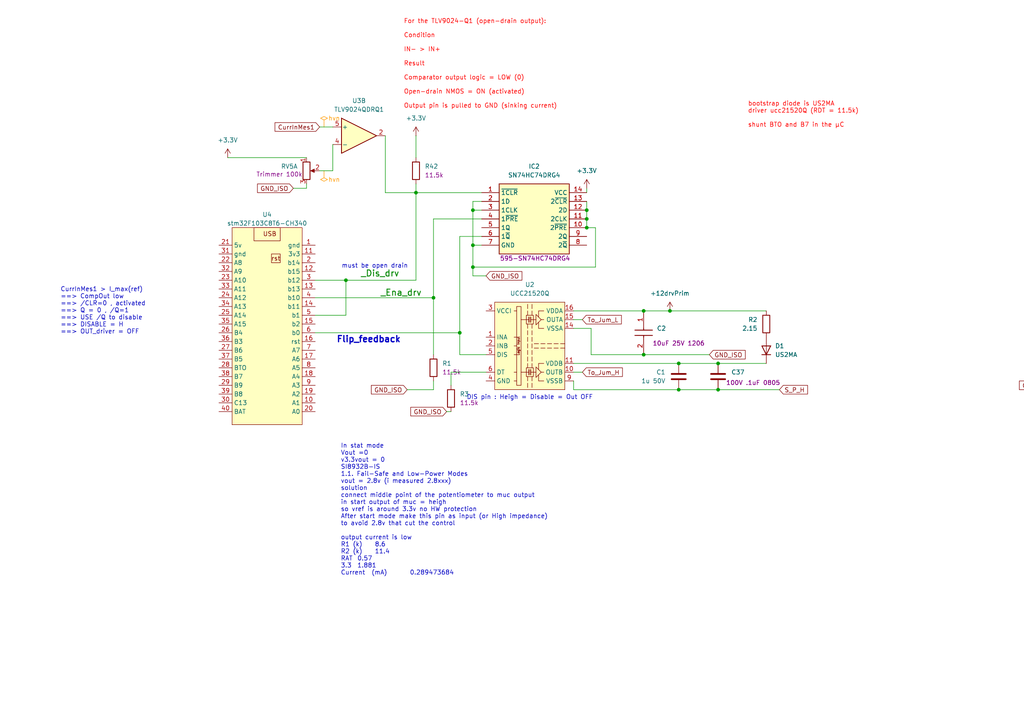
<source format=kicad_sch>
(kicad_sch (version 20250114) (generator "eeschema") (generator_version "9.0")
  (paper "A4")
  (title_block (title "LLC 400V/48V 1200W 100kHz") (date "2025-10-14") (rev "5") (company "Abdelaziz BOUZIANI"))
  (lib_symbols
    (symbol "BZT52C11-7-F:BZT52C11-7-F" (pin_names (hide yes))
      (property "Reference" "Z" (at 10.16 8.89 0))
      (property "Value" "BZT52C11-7-F" (at 10.16 6.35 0))
      (symbol "BZT52C11-7-F_1_1"
        (pin passive line (at 0 0 0) (length 2.54) (name "K") (number "1"))
        (pin passive line (at 15.24 0 180) (length 2.54) (name "A") (number "2"))
      )
    )
    (symbol "CL31A106KBHNNNE:CL31A106KBHNNNE" (pin_names (hide yes))
      (property "Reference" "C" (at 8.89 6.35 0))
      (property "Value" "CL31A106KBHNNNE" (at 8.89 3.81 0))
      (symbol "CL31A106KBHNNNE_1_1"
        (pin passive line (at 0 0 0) (length 5.08) (name "1") (number "1"))
        (pin passive line (at 12.7 0 180) (length 5.08) (name "2") (number "2"))
      )
    )
    (symbol "CR1206-FX-1071ELF:CR1206-FX-1071ELF" (pin_names (hide yes))
      (property "Reference" "R" (at 13.97 6.35 0))
      (property "Value" "CR1206-FX-1071ELF" (at 13.97 3.81 0))
      (symbol "CR1206-FX-1071ELF_1_1"
        (pin passive line (at 0 0 0) (length 5.08) (name "1") (number "1"))
        (pin passive line (at 17.78 0 180) (length 5.08) (name "2") (number "2"))
      )
    )
    (symbol "Connector:TestPoint" (pin_numbers (hide yes)) (pin_names (offset 0.762) (hide yes))
      (property "Reference" "TP" (at 0 6.858 0))
      (property "Value" "TestPoint" (at 0 5.08 0))
      (symbol "TestPoint_1_1"
        (pin passive line (at 0 0 90) (length 2.54) (name "1") (number "1"))
      )
    )
    (symbol "DPC817S-B-TR:DPC817S-B-TR"
      (property "Reference" "Q" (at 16.51 7.62 0))
      (property "Value" "DPC817S-B-TR" (at 16.51 5.08 0))
      (symbol "DPC817S-B-TR_1_1"
        (pin passive line (at 0 0 0) (length 5.08) (name "C") (number "4"))
        (pin passive line (at 0 -2.54 0) (length 5.08) (name "A") (number "1"))
        (pin passive line (at 20.32 0 180) (length 5.08) (name "E") (number "3"))
        (pin passive line (at 20.32 -2.54 180) (length 5.08) (name "K") (number "2"))
      )
    )
    (symbol "Device:C" (pin_numbers (hide yes)) (pin_names (offset 0.254))
      (property "Reference" "C" (at 0.635 2.54 0))
      (property "Value" "C" (at 0.635 -2.54 0))
      (symbol "C_1_1"
        (pin passive line (at 0 3.81 270) (length 2.794) (name "~") (number "1"))
        (pin passive line (at 0 -3.81 90) (length 2.794) (name "~") (number "2"))
      )
    )
    (symbol "Device:R" (pin_numbers (hide yes)) (pin_names (offset 0))
      (property "Reference" "R" (at 2.032 0 90))
      (property "Value" "R" (at 0 0 90))
      (symbol "R_1_1"
        (pin passive line (at 0 3.81 270) (length 1.27) (name "~") (number "1"))
        (pin passive line (at 0 -3.81 90) (length 1.27) (name "~") (number "2"))
      )
    )
    (symbol "Device:R_Potentiometer_Dual_Separate" (pin_names (offset 1.016) (hide yes))
      (property "Reference" "RV" (at -4.445 0 90))
      (property "Value" "R_Potentiometer_Dual_Separate" (at -2.54 0 90))
      (symbol "R_Potentiometer_Dual_Separate_1_1"
        (pin passive line (at 0 3.81 270) (length 1.27) (name "1") (number "1"))
        (pin passive line (at 0 -3.81 90) (length 1.27) (name "3") (number "3"))
        (pin passive line (at 3.81 0 180) (length 1.27) (name "2") (number "2"))
      )
      (symbol "R_Potentiometer_Dual_Separate_2_1"
        (pin passive line (at 0 3.81 270) (length 1.27) (name "4") (number "4"))
        (pin passive line (at 0 -3.81 90) (length 1.27) (name "6") (number "6"))
        (pin passive line (at 3.81 0 180) (length 1.27) (name "5") (number "5"))
      )
    )
    (symbol "Device:Transformer_1P_1S" (pin_names (offset 1.016) (hide yes))
      (property "Reference" "T" (at 0 6.35 0))
      (property "Value" "Transformer_1P_1S" (at 0 -7.62 0))
      (symbol "Transformer_1P_1S_1_1"
        (pin passive line (at -10.16 5.08 0) (length 7.62) (name "AA") (number "1"))
        (pin passive line (at -10.16 -5.08 0) (length 7.62) (name "AB") (number "2"))
        (pin passive line (at 10.16 5.08 180) (length 7.62) (name "SB") (number "4"))
        (pin passive line (at 10.16 -5.08 180) (length 7.62) (name "SA") (number "3"))
      )
    )
    (symbol "Diode:US1J" (pin_numbers (hide yes)) (pin_names (hide yes))
      (property "Reference" "D" (at 0 2.54 0))
      (property "Value" "US1J" (at 0 -2.54 0))
      (symbol "US1J_1_1"
        (pin passive line (at -3.81 0 0) (length 2.54) (name "K") (number "1"))
        (pin passive line (at 3.81 0 180) (length 2.54) (name "A") (number "2"))
      )
    )
    (symbol "Diode:US2MA" (pin_numbers (hide yes)) (pin_names (hide yes))
      (property "Reference" "D" (at 0 2.54 0))
      (property "Value" "US2MA" (at 0 -2.54 0))
      (symbol "US2MA_1_1"
        (pin passive line (at -3.81 0 0) (length 2.54) (name "K") (number "1"))
        (pin passive line (at 3.81 0 180) (length 2.54) (name "A") (number "2"))
      )
    )
    (symbol "Driver_FET:UCC21520ADW"
      (property "Reference" "U" (at 0 16.51 0))
      (property "Value" "UCC21520ADW" (at 0 13.97 0))
      (symbol "UCC21520ADW_0_0"
        (text "Logic Input" (at -3.302 0 900) (effects (font (size 0.635 0.635))))
      )
      (symbol "UCC21520ADW_1_1"
        (pin power_in line (at -12.7 10.16 0) (length 2.54) (name "VCCI") (number "3"))
        (pin passive line (at -12.7 10.16 0) (length 2.54) (hide yes) (name "VCCI") (number "8"))
        (pin input line (at -12.7 2.54 0) (length 2.54) (name "INA") (number "1"))
        (pin input line (at -12.7 0 0) (length 2.54) (name "INB") (number "2"))
        (pin input line (at -12.7 -2.54 0) (length 2.54) (name "DIS") (number "5"))
        (pin passive line (at -12.7 -7.62 0) (length 2.54) (name "DT") (number "6"))
        (pin power_in line (at -12.7 -10.16 0) (length 2.54) (name "GND") (number "4"))
        (pin no_connect line (at -10.16 -5.08 0) (length 2.54) (hide yes) (name "NC") (number "7"))
        (pin no_connect line (at 10.16 2.54 180) (length 2.54) (hide yes) (name "NC") (number "13"))
        (pin no_connect line (at 10.16 -2.54 180) (length 2.54) (hide yes) (name "NC") (number "12"))
        (pin power_in line (at 12.7 10.16 180) (length 2.54) (name "VDDA") (number "16"))
        (pin output line (at 12.7 7.62 180) (length 2.54) (name "OUTA") (number "15"))
        (pin power_in line (at 12.7 5.08 180) (length 2.54) (name "VSSA") (number "14"))
        (pin power_in line (at 12.7 -5.08 180) (length 2.54) (name "VDDB") (number "11"))
        (pin output line (at 12.7 -7.62 180) (length 2.54) (name "OUTB") (number "10"))
        (pin power_in line (at 12.7 -10.16 180) (length 2.54) (name "VSSB") (number "9"))
      )
    )
    (symbol "EEV-FK1V471Q:EEV-FK1V471Q" (pin_names (hide yes))
      (property "Reference" "C" (at 8.89 6.35 0))
      (property "Value" "EEV-FK1V471Q" (at 8.89 3.81 0))
      (symbol "EEV-FK1V471Q_1_1"
        (pin passive line (at 0 0 0) (length 2.54) (name "+") (number "1"))
        (pin passive line (at 12.7 0 180) (length 2.54) (name "-") (number "2"))
      )
    )
    (symbol "GRM31CR71E106KA12K:GRM31CR71E106KA12K" (pin_names (hide yes))
      (property "Reference" "C" (at 8.89 6.35 0))
      (property "Value" "GRM31CR71E106KA12K" (at 8.89 3.81 0))
      (symbol "GRM31CR71E106KA12K_1_1"
        (pin passive line (at 0 0 0) (length 5.08) (name "1") (number "1"))
        (pin passive line (at 12.7 0 180) (length 5.08) (name "2") (number "2"))
      )
    )
    (symbol "MBRS340T3G:MBRS340T3G" (pin_names (hide yes))
      (property "Reference" "D" (at 11.43 5.08 0))
      (property "Value" "MBRS340T3G" (at 11.43 2.54 0))
      (symbol "MBRS340T3G_1_1"
        (pin passive line (at 0 0 0) (length 2.54) (name "K") (number "1"))
        (pin passive line (at 15.24 0 180) (length 2.54) (name "A") (number "2"))
      )
    )
    (symbol "New_Library:SMT32F1-MINI"
      (property "Reference" "U" (at 0 0 0))
      (symbol "SMT32F1-MINI_1_1"
        (text "rst\n" (at -2.54 -12.7 0) (effects (font (size 1.27 1.27))))
        (text "USB\n" (at -0.762 -5.588 0) (effects (font (size 1.27 1.27))))
        (pin input line (at -13.97 -8.89 0) (length 3.81) (name "gnd") (number "1"))
        (pin input line (at -13.97 -11.43 0) (length 3.81) (name "3v3") (number "11"))
        (pin input line (at -13.97 -13.97 0) (length 3.81) (name "b14") (number "2"))
        (pin input line (at -13.97 -16.51 0) (length 3.81) (name "b15") (number "12"))
        (pin input line (at -13.97 -19.05 0) (length 3.81) (name "b12") (number "3"))
        (pin input line (at -13.97 -21.59 0) (length 3.81) (name "b13") (number "13"))
        (pin input line (at -13.97 -24.13 0) (length 3.81) (name "b10") (number "4"))
        (pin input line (at -13.97 -26.67 0) (length 3.81) (name "b11") (number "14"))
        (pin input line (at -13.97 -29.21 0) (length 3.81) (name "b1") (number "5"))
        (pin input line (at -13.97 -31.75 0) (length 3.81) (name "b2") (number "15"))
        (pin input line (at -13.97 -34.29 0) (length 3.81) (name "b0") (number "6"))
        (pin input line (at -13.97 -36.83 0) (length 3.81) (name "rst") (number "16"))
        (pin input line (at -13.97 -39.37 0) (length 3.81) (name "A7") (number "7"))
        (pin input line (at -13.97 -41.91 0) (length 3.81) (name "A6") (number "17"))
        (pin input line (at -13.97 -44.45 0) (length 3.81) (name "A5") (number "8"))
        (pin input line (at -13.97 -46.99 0) (length 3.81) (name "A4") (number "18"))
        (pin input line (at -13.97 -49.53 0) (length 3.81) (name "A3") (number "9"))
        (pin input line (at -13.97 -52.07 0) (length 3.81) (name "A2") (number "19"))
        (pin input line (at -13.97 -54.61 0) (length 3.81) (name "A1") (number "10"))
        (pin input line (at -13.97 -57.15 0) (length 3.81) (name "A0") (number "20"))
        (pin input line (at 13.97 -8.89 180) (length 3.81) (name "5v") (number "21"))
        (pin input line (at 13.97 -11.43 180) (length 3.81) (name "gnd") (number "31"))
        (pin input line (at 13.97 -13.97 180) (length 3.81) (name "A8") (number "22"))
        (pin input line (at 13.97 -16.51 180) (length 3.81) (name "A9") (number "32"))
        (pin input line (at 13.97 -19.05 180) (length 3.81) (name "A10") (number "23"))
        (pin input line (at 13.97 -21.59 180) (length 3.81) (name "A11") (number "33"))
        (pin input line (at 13.97 -24.13 180) (length 3.81) (name "A12") (number "24"))
        (pin input line (at 13.97 -26.67 180) (length 3.81) (name "A13") (number "34"))
        (pin input line (at 13.97 -29.21 180) (length 3.81) (name "A14") (number "25"))
        (pin input line (at 13.97 -31.75 180) (length 3.81) (name "A15") (number "35"))
        (pin input line (at 13.97 -34.29 180) (length 3.81) (name "B4") (number "26"))
        (pin input line (at 13.97 -36.83 180) (length 3.81) (name "B3") (number "36"))
        (pin input line (at 13.97 -39.37 180) (length 3.81) (name "B6") (number "27"))
        (pin input line (at 13.97 -41.91 180) (length 3.81) (name "B5") (number "37"))
        (pin input line (at 13.97 -44.45 180) (length 3.81) (name "BTO") (number "28"))
        (pin input line (at 13.97 -46.99 180) (length 3.81) (name "B7") (number "38"))
        (pin input line (at 13.97 -49.53 180) (length 3.81) (name "B9") (number "29"))
        (pin input line (at 13.97 -52.07 180) (length 3.81) (name "B8") (number "39"))
        (pin input line (at 13.97 -54.61 180) (length 3.81) (name "C13") (number "30"))
        (pin input line (at 13.97 -57.15 180) (length 3.81) (name "BAT") (number "40"))
      )
    )
    (symbol "New_Library:TLV9024QDRQ1" (pin_names (offset 0.127))
      (property "Reference" "U" (at 0 5.08 0))
      (property "Value" "TLV9024QDRQ1" (at 0 -5.08 0))
      (symbol "TLV9024QDRQ1_1_1"
        (pin input line (at -7.62 2.54 0) (length 2.54) (name "+") (number "7"))
        (pin input line (at -7.62 -2.54 0) (length 2.54) (name "-") (number "6"))
        (pin output line (at 7.62 0 180) (length 2.54) (name "~") (number "1"))
      )
      (symbol "TLV9024QDRQ1_2_1"
        (pin input line (at -7.62 2.54 0) (length 2.54) (name "+") (number "5"))
        (pin input line (at -7.62 -2.54 0) (length 2.54) (name "-") (number "4"))
        (pin output line (at 7.62 0 180) (length 2.54) (name "~") (number "2"))
      )
      (symbol "TLV9024QDRQ1_3_1"
        (pin input line (at -7.62 2.54 0) (length 2.54) (name "+") (number "9"))
        (pin input line (at -7.62 -2.54 0) (length 2.54) (name "-") (number "8"))
        (pin output line (at 7.62 0 180) (length 2.54) (name "~") (number "14"))
      )
      (symbol "TLV9024QDRQ1_4_1"
        (pin input line (at -7.62 2.54 0) (length 2.54) (name "+") (number "11"))
        (pin input line (at -7.62 -2.54 0) (length 2.54) (name "-") (number "10"))
        (pin output line (at 7.62 0 180) (length 2.54) (name "~") (number "13"))
      )
      (symbol "TLV9024QDRQ1_5_1"
        (pin power_in line (at -2.54 7.62 270) (length 3.81) (name "V+") (number "3"))
        (pin power_in line (at -2.54 -7.62 90) (length 3.81) (name "V-") (number "12"))
      )
    )
    (symbol "SN74HC74DRG4:SN74HC74DRG4"
      (property "Reference" "IC" (at 26.67 7.62 0))
      (property "Value" "SN74HC74DRG4" (at 26.67 5.08 0))
      (symbol "SN74HC74DRG4_1_1"
        (pin passive line (at 0 0 0) (length 5.08) (name "~{1CLR}") (number "1"))
        (pin passive line (at 0 -2.54 0) (length 5.08) (name "1D") (number "2"))
        (pin passive line (at 0 -5.08 0) (length 5.08) (name "1CLK") (number "3"))
        (pin passive line (at 0 -7.62 0) (length 5.08) (name "1~{PRE}") (number "4"))
        (pin passive line (at 0 -10.16 0) (length 5.08) (name "1Q") (number "5"))
        (pin passive line (at 0 -12.7 0) (length 5.08) (name "1~{Q}") (number "6"))
        (pin passive line (at 0 -15.24 0) (length 5.08) (name "GND") (number "7"))
        (pin passive line (at 30.48 0 180) (length 5.08) (name "VCC") (number "14"))
        (pin passive line (at 30.48 -2.54 180) (length 5.08) (name "2~{CLR}") (number "13"))
        (pin passive line (at 30.48 -5.08 180) (length 5.08) (name "2D") (number "12"))
        (pin passive line (at 30.48 -7.62 180) (length 5.08) (name "2CLK") (number "11"))
        (pin passive line (at 30.48 -10.16 180) (length 5.08) (name "2~{PRE}") (number "10"))
        (pin passive line (at 30.48 -12.7 180) (length 5.08) (name "2Q") (number "9"))
        (pin passive line (at 30.48 -15.24 180) (length 5.08) (name "2~{Q}") (number "8"))
      )
    )
    (symbol "TNY280GN-TL:TNY280GN-TL"
      (property "Reference" "PS" (at 26.67 12.7 0))
      (property "Value" "TNY280GN-TL" (at 26.67 10.16 0))
      (symbol "TNY280GN-TL_1_1"
        (pin passive line (at 0 0 0) (length 5.08) (name "BP/M") (number "2"))
        (pin passive line (at 10.16 -15.24 90) (length 5.08) (name "S_1") (number "5"))
        (pin passive line (at 12.7 -15.24 90) (length 5.08) (name "S_2") (number "6"))
        (pin passive line (at 15.24 12.7 270) (length 5.08) (name "D") (number "4"))
        (pin passive line (at 15.24 -15.24 90) (length 5.08) (name "S_3") (number "7"))
        (pin passive line (at 17.78 -15.24 90) (length 5.08) (name "S_4") (number "8"))
        (pin passive line (at 30.48 0 180) (length 5.08) (name "EN/UV") (number "1"))
      )
    )
    (symbol "power:+12V" (power) (pin_numbers (hide yes)) (pin_names (offset 0) (hide yes))
      (property "Value" "+12V" (at 0 3.556 0))
      (symbol "+12V_1_1"
        (pin power_in line (at 0 0 90) (length 0) (name "~") (number "1"))
      )
    )
    (symbol "power:+5V" (power) (pin_numbers (hide yes)) (pin_names (offset 0) (hide yes))
      (property "Value" "+5V" (at 0 3.556 0))
      (symbol "+5V_1_1"
        (pin power_in line (at 0 0 90) (length 0) (name "~") (number "1"))
      )
    )
  )
  (text "https://www.power.com/sites/default/files/documents/di176.pdf?language=en" (at 408.94 115.062 0) (effects (font (size 1.27 1.27))))
  (text "https://www.power.com/products/tinyswitch/tinyswitch-iii/tny280p" (at 403.352 117.348 0) (effects (font (size 1.27 1.27))))
  (text "CurrInMes1 > I_max(ref) \n==> CompOut low \n==> /CLR=0 , activated \n==> Q = 0 , /Q=1 \n==> USE /Q to disable \n==> DISABLE = H \n==> OUT_driver = OFF" (at 17.526 90.17 0) (effects (font (size 1.27 1.27)) (justify left)))
  (text "_Dis_drv" (at 110.236 79.502 0) (effects (font (size 1.8 1.8) (thickness 0.254) (bold yes))))
  (text "In stat mode \nVout =0\nv3.3vout = 0\nSI8932B-IS\n1.1. Fail-Safe and Low-Power Modes \nvout = 2.8v (i measured 2.8xxx)\nsolution \nconnect middle point of the potentiometer to muc output \nin start output of muc = heigh \nso vref is around 3.3v no HW protection \nAfter start mode make this pin as input (or High impedance) \nto avoid 2.8v that cut the control \n\noutput current is low \nR1 (k)	8.6\nR2 (k)	11.4\nRAT	0.57\n3.3	1.881\nCurrent  (mA)	0.289473684\n" (at 98.806 147.828 0) (effects (font (size 1.27 1.27)) (justify left)))
  (text "must be open drain\n" (at 108.712 77.216 0) (effects (font (size 1.27 1.27))))
  (text "Flip_feedback" (at 106.934 98.552 0) (effects (font (size 1.8 1.8) (thickness 0.36) (bold yes))))
  (text "DIS pin : Heigh = Disable = Out OFF" (at 153.67 115.316 0) (effects (font (size 1.27 1.27))))
  (text "bootstrap diode is US2MA\ndriver ucc21520Q (RDT = 11.5k)\n\nshunt BTO and B7 in the µC" (at 216.916 33.274 0) (effects (font (size 1.27 1.27)) (justify left)))
  (text "For the TLV9024-Q1 (open-drain output):\n\nCondition\n\nIN− > IN+\n\nResult\n\nComparator output logic = LOW (0)\n\nOpen-drain NMOS = ON (activated)\n\nOutput pin is pulled to GND (sinking current)" (at 117.094 18.542 0) (effects (font (size 1.27 1.27)) (justify left)))
  (text "FlyBack 400/12/12" (at 396.24 35.56 0) (effects (font (size 1.27 1.27))))
  (text "_Ena_drv" (at 116.332 85.09 0) (effects (font (size 1.8 1.8) (thickness 0.254) (bold yes))))
  (junction (at 133.35 96.52))
  (junction (at 170.18 60.96))
  (junction (at 208.28 105.41))
  (junction (at 397.51 111.76))
  (junction (at 365.76 82.55))
  (junction (at 308.61 111.76))
  (junction (at 339.09 111.76))
  (junction (at 492.76 85.09))
  (junction (at 341.63 82.55))
  (junction (at 368.3 96.52))
  (junction (at 353.06 62.23))
  (junction (at 394.97 111.76))
  (junction (at 196.85 105.41))
  (junction (at 170.18 66.04))
  (junction (at 402.59 91.44))
  (junction (at 186.69 102.87))
  (junction (at 336.55 111.76))
  (junction (at 137.16 60.96))
  (junction (at 208.28 113.03))
  (junction (at 397.51 91.44))
  (junction (at 170.18 63.5))
  (junction (at 492.76 69.85))
  (junction (at 194.31 90.17))
  (junction (at 502.92 69.85))
  (junction (at 196.85 113.03))
  (junction (at 137.16 71.12))
  (junction (at 429.26 69.85))
  (junction (at 341.63 74.93))
  (junction (at 341.63 111.76))
  (junction (at 100.33 81.28))
  (junction (at 120.65 55.88))
  (junction (at 186.69 90.17))
  (junction (at 125.73 86.36))
  (junction (at 408.94 71.12))
  (junction (at 331.47 62.23))
  (junction (at 331.47 74.93))
  (junction (at 137.16 77.47))
  (junction (at 344.17 111.76))
  (wire (pts (xy 368.3 91.44) (xy 368.3 96.52)))
  (wire (pts (xy 120.65 81.28) (xy 120.65 55.88)))
  (wire (pts (xy 166.37 92.71) (xy 168.91 92.71)))
  (wire (pts (xy 196.85 105.41) (xy 208.28 105.41)))
  (wire (pts (xy 133.35 68.58) (xy 139.7 68.58)))
  (wire (pts (xy 368.3 91.44) (xy 394.97 91.44)))
  (wire (pts (xy 137.16 80.01) (xy 137.16 77.47)))
  (wire (pts (xy 170.18 66.04) (xy 172.72 66.04)))
  (wire (pts (xy 137.16 71.12) (xy 137.16 60.96)))
  (wire (pts (xy 377.19 72.39) (xy 377.19 82.55)))
  (wire (pts (xy 139.7 71.12) (xy 137.16 71.12)))
  (wire (pts (xy 172.72 66.04) (xy 172.72 77.47)))
  (wire (pts (xy 341.63 74.93) (xy 353.06 74.93)))
  (wire (pts (xy 208.28 105.41) (xy 222.25 105.41)))
  (wire (pts (xy 171.45 102.87) (xy 186.69 102.87)))
  (wire (pts (xy 170.18 58.42) (xy 170.18 60.96)))
  (wire (pts (xy 170.18 54.61) (xy 170.18 55.88)))
  (wire (pts (xy 515.62 82.55) (xy 515.62 85.09)))
  (wire (pts (xy 492.76 85.09) (xy 492.76 82.55)))
  (wire (pts (xy 170.18 60.96) (xy 170.18 63.5)))
  (wire (pts (xy 130.81 107.95) (xy 130.81 111.76)))
  (wire (pts (xy 91.44 96.52) (xy 133.35 96.52)))
  (wire (pts (xy 137.16 77.47) (xy 172.72 77.47)))
  (wire (pts (xy 85.09 54.61) (xy 88.9 54.61)))
  (wire (pts (xy 137.16 58.42) (xy 139.7 58.42)))
  (wire (pts (xy 515.62 85.09) (xy 492.76 85.09)))
  (wire (pts (xy 402.59 69.85) (xy 405.13 69.85)))
  (wire (pts (xy 341.63 82.55) (xy 341.63 83.82)))
  (wire (pts (xy 306.07 111.76) (xy 308.61 111.76)))
  (wire (pts (xy 120.65 55.88) (xy 111.76 55.88)))
  (wire (pts (xy 170.18 63.5) (xy 170.18 66.04)))
  (wire (pts (xy 408.94 71.12) (xy 405.13 71.12)))
  (wire (pts (xy 137.16 60.96) (xy 139.7 60.96)))
  (wire (pts (xy 410.21 69.85) (xy 410.21 71.12)))
  (wire (pts (xy 416.56 91.44) (xy 429.26 91.44)))
  (wire (pts (xy 91.44 86.36) (xy 125.73 86.36)))
  (wire (pts (xy 137.16 60.96) (xy 137.16 58.42)))
  (wire (pts (xy 166.37 105.41) (xy 196.85 105.41)))
  (wire (pts (xy 133.35 102.87) (xy 133.35 96.52)))
  (wire (pts (xy 336.55 111.76) (xy 339.09 111.76)))
  (wire (pts (xy 322.58 62.23) (xy 331.47 62.23)))
  (wire (pts (xy 100.33 91.44) (xy 100.33 81.28)))
  (wire (pts (xy 129.54 119.38) (xy 130.81 119.38)))
  (wire (pts (xy 125.73 113.03) (xy 125.73 110.49)))
  (wire (pts (xy 208.28 113.03) (xy 226.06 113.03)))
  (wire (pts (xy 118.11 113.03) (xy 125.73 113.03)))
  (wire (pts (xy 339.09 111.76) (xy 341.63 111.76)))
  (wire (pts (xy 140.97 107.95) (xy 130.81 107.95)))
  (wire (pts (xy 308.61 111.76) (xy 336.55 111.76)))
  (wire (pts (xy 125.73 86.36) (xy 125.73 102.87)))
  (wire (pts (xy 320.04 74.93) (xy 331.47 74.93)))
  (wire (pts (xy 140.97 102.87) (xy 133.35 102.87)))
  (wire (pts (xy 133.35 96.52) (xy 133.35 68.58)))
  (wire (pts (xy 140.97 80.01) (xy 137.16 80.01)))
  (wire (pts (xy 137.16 77.47) (xy 137.16 71.12)))
  (wire (pts (xy 410.21 69.85) (xy 411.48 69.85)))
  (wire (pts (xy 402.59 77.47) (xy 414.02 77.47)))
  (wire (pts (xy 331.47 74.93) (xy 341.63 74.93)))
  (wire (pts (xy 111.76 55.88) (xy 111.76 39.37)))
  (wire (pts (xy 402.59 91.44) (xy 408.94 91.44)))
  (wire (pts (xy 92.71 36.83) (xy 96.52 36.83)))
  (wire (pts (xy 368.3 96.52) (xy 356.87 96.52)))
  (wire (pts (xy 171.45 95.25) (xy 166.37 95.25)))
  (wire (pts (xy 186.69 90.17) (xy 194.31 90.17)))
  (wire (pts (xy 429.26 69.85) (xy 492.76 69.85)))
  (wire (pts (xy 426.72 69.85) (xy 429.26 69.85)))
  (wire (pts (xy 331.47 74.93) (xy 331.47 69.85)))
  (wire (pts (xy 344.17 111.76) (xy 394.97 111.76)))
  (wire (pts (xy 166.37 113.03) (xy 166.37 110.49)))
  (wire (pts (xy 96.52 41.91) (xy 96.52 49.53)))
  (wire (pts (xy 139.7 63.5) (xy 125.73 63.5)))
  (wire (pts (xy 405.13 71.12) (xy 405.13 69.85)))
  (wire (pts (xy 100.33 81.28) (xy 120.65 81.28)))
  (wire (pts (xy 186.69 102.87) (xy 205.74 102.87)))
  (wire (pts (xy 166.37 113.03) (xy 196.85 113.03)))
  (wire (pts (xy 402.59 90.17) (xy 402.59 91.44)))
  (wire (pts (xy 120.65 39.37) (xy 120.65 45.72)))
  (wire (pts (xy 91.44 81.28) (xy 100.33 81.28)))
  (wire (pts (xy 397.51 91.44) (xy 402.59 91.44)))
  (wire (pts (xy 331.47 62.23) (xy 353.06 62.23)))
  (wire (pts (xy 120.65 55.88) (xy 139.7 55.88)))
  (wire (pts (xy 341.63 82.55) (xy 365.76 82.55)))
  (wire (pts (xy 394.97 111.76) (xy 397.51 111.76)))
  (wire (pts (xy 377.19 72.39) (xy 382.27 72.39)))
  (wire (pts (xy 397.51 111.76) (xy 402.59 111.76)))
  (wire (pts (xy 410.21 71.12) (xy 408.94 71.12)))
  (wire (pts (xy 91.44 91.44) (xy 100.33 91.44)))
  (wire (pts (xy 341.63 111.76) (xy 344.17 111.76)))
  (wire (pts (xy 492.76 90.17) (xy 492.76 85.09)))
  (wire (pts (xy 402.59 72.39) (xy 402.59 77.47)))
  (wire (pts (xy 308.61 96.52) (xy 326.39 96.52)))
  (wire (pts (xy 171.45 102.87) (xy 171.45 95.25)))
  (wire (pts (xy 397.51 88.9) (xy 397.51 91.44)))
  (wire (pts (xy 308.61 109.22) (xy 308.61 111.76)))
  (wire (pts (xy 353.06 69.85) (xy 353.06 74.93)))
  (wire (pts (xy 96.52 49.53) (xy 92.71 49.53)))
  (wire (pts (xy 492.76 69.85) (xy 502.92 69.85)))
  (wire (pts (xy 66.04 45.72) (xy 88.9 45.72)))
  (wire (pts (xy 222.25 90.17) (xy 194.31 90.17)))
  (wire (pts (xy 88.9 54.61) (xy 88.9 53.34)))
  (wire (pts (xy 125.73 86.36) (xy 125.73 63.5)))
  (wire (pts (xy 166.37 90.17) (xy 186.69 90.17)))
  (wire (pts (xy 196.85 113.03) (xy 208.28 113.03)))
  (wire (pts (xy 402.59 62.23) (xy 402.59 69.85)))
  (wire (pts (xy 365.76 82.55) (xy 377.19 82.55)))
  (wire (pts (xy 429.26 76.2) (xy 429.26 69.85)))
  (wire (pts (xy 488.95 90.17) (xy 492.76 90.17)))
  (wire (pts (xy 402.59 109.22) (xy 402.59 111.76)))
  (wire (pts (xy 166.37 107.95) (xy 168.91 107.95)))
  (wire (pts (xy 502.92 69.85) (xy 515.62 69.85)))
  (wire (pts (xy 120.65 53.34) (xy 120.65 55.88)))
  (wire (pts (xy 353.06 62.23) (xy 382.27 62.23)))
  (global_label "S_P_H" (shape input) (at 226.06 113.03 0) (property "Intersheetrefs" "${INTERSHEET_REFS}" (effects (hide yes))))
  (global_label "GND_ISO" (shape input) (at 488.95 90.17 180) (property "Intersheetrefs" "${INTERSHEET_REFS}" (effects (hide yes))))
  (global_label "GND_ISO" (shape input) (at 205.74 102.87 0) (property "Intersheetrefs" "${INTERSHEET_REFS}" (effects (hide yes))))
  (global_label "To_Jum_L" (shape input) (at 168.91 92.71 0) (property "Intersheetrefs" "${INTERSHEET_REFS}" (effects (hide yes))))
  (global_label "GND_ISO" (shape input) (at 414.02 77.47 0) (property "Intersheetrefs" "${INTERSHEET_REFS}" (effects (hide yes))))
  (global_label "GND_ISO" (shape input) (at 129.54 119.38 180) (property "Intersheetrefs" "${INTERSHEET_REFS}" (effects (hide yes))))
  (global_label "To_Jum_H" (shape input) (at 168.91 107.95 0) (property "Intersheetrefs" "${INTERSHEET_REFS}" (effects (hide yes))))
  (global_label "GND_ISO" (shape input) (at 85.09 54.61 180) (property "Intersheetrefs" "${INTERSHEET_REFS}" (effects (hide yes))))
  (global_label "GND_ISO" (shape input) (at 118.11 113.03 180) (property "Intersheetrefs" "${INTERSHEET_REFS}" (effects (hide yes))))
  (global_label "GND_ISO" (shape input) (at 140.97 80.01 0) (property "Intersheetrefs" "${INTERSHEET_REFS}" (effects (hide yes))))
  (global_label "GND_ISO" (shape input) (at 306.07 111.76 180) (property "Intersheetrefs" "${INTERSHEET_REFS}" (effects (hide yes))))
  (global_label "HVP1" (shape input) (at 322.58 62.23 180) (property "Intersheetrefs" "${INTERSHEET_REFS}" (effects (hide yes))))
  (global_label "CurrInMes1" (shape input) (at 92.71 36.83 180) (property "Intersheetrefs" "${INTERSHEET_REFS}" (effects (hide yes))))
  (netclass_flag "" (length 2.54) (shape diamond) (at 93.98 49.53 180) (property "Netclass" "hvn" (at 95.1865 52.07 0) (effects (justify left))))
  (netclass_flag "" (length 2.54) (shape diamond) (at 417.83 91.44 0) (property "Netclass" "hvn" (at 419.0365 88.9 0) (effects (justify left))))
  (netclass_flag "" (length 2.54) (shape diamond) (at 341.63 74.93 0) (property "Netclass" "hvp" (at 342.8365 72.39 0) (effects (justify left))))
  (netclass_flag "" (length 2.54) (shape diamond) (at 402.59 90.17 0) (property "Netclass" "hvn" (at 403.7965 87.63 0) (effects (justify left))))
  (netclass_flag "" (length 2.54) (shape diamond) (at 378.46 91.44 0) (property "Netclass" "hvn" (at 379.6665 88.9 0) (effects (justify left))))
  (netclass_flag "" (length 2.54) (shape diamond) (at 370.84 111.76 0) (property "Netclass" "hvn" (at 372.0465 109.22 0) (effects (justify left))))
  (netclass_flag "" (length 2.54) (shape diamond) (at 308.61 96.52 0) (property "Netclass" "hvn" (at 298.958 91.694 0) (effects (justify left))))
  (netclass_flag "" (length 2.54) (shape diamond) (at 93.98 36.83 0) (property "Netclass" "hvn" (at 95.1865 34.29 0) (effects (justify left))))
  (netclass_flag "" (length 2.54) (shape diamond) (at 448.31 69.85 0) (property "Netclass" "hvn" (at 449.5165 67.31 0) (effects (justify left))))
  (symbol (lib_id "GRM31CR71E106KA12K:GRM31CR71E106KA12K") (at 186.69 90.17 270) (unit 1)
    (property "Reference" "C2" (at 190.5 95.2499 90) (effects (justify left)))
    (property "Value" "GRM31CR71E106KA12K" (effects (hide yes)))
    (property "Footprint" "GRM31CR71E106KA12K:GRM31x" (effects (hide yes)))
    (property "Datasheet" "https://search.murata.co.jp/Ceramy/image/img/A01X/G101/ENG/GRM31CR71E106KA12-01CA.pdf" (effects (hide yes)))
    (property "Description" "10uF 25V 1206" (at 196.85 99.568 90))
    (property "Height" "1.25" (effects (hide yes)))
    (property "Mouser Part Number" "81-GRM31CR71E106KA2K" (effects (hide yes)))
    (property "Mouser Price/Stock" "https://www.mouser.co.uk/ProductDetail/Murata-Electronics/GRM31CR71E106KA12K?qs=raY79WRVTyM6xGVExNjdaw%3D%3D" (effects (hide yes)))
    (property "Manufacturer_Name" "Murata Electronics" (effects (hide yes)))
    (property "Manufacturer_Part_Number" "GRM31CR71E106KA12K" (effects (hide yes)))
  )
  (symbol (lib_id "Driver_FET:UCC21520ADW") (at 153.67 100.33 0) (unit 1)
    (property "Reference" "U2" (at 153.67 82.55 0))
    (property "Value" "UCC21520Q" (at 153.67 85.09 0))
    (property "Footprint" "Package_SO:SOIC-16W_7.5x10.3mm_P1.27mm" (effects (hide yes)))
    (property "Datasheet" "http://www.ti.com/lit/ds/symlink/ucc21520.pdf" (effects (hide yes)))
    (property "Description" "Isolated Dual-Channel Gate Driver, Output Current 4.0/6.0A, 5.7kV Isolation, 5V UVLO, SOIC-16W" (effects (hide yes)))
  )
  (symbol (lib_id "BZT52C11-7-F:BZT52C11-7-F") (at 429.26 76.2 270) (unit 1)
    (property "Reference" "Z1" (at 433.07 82.5499 90) (effects (justify left)))
    (property "Value" "BZT52C11-7-F" (at 433.07 85.0899 90) (effects (justify left)))
    (property "Footprint" "BZT52C11-7-F:SOD3716X145N" (effects (hide yes)))
    (property "Datasheet" "https://www.diodes.com//assets/Datasheets/ds18004.pdf" (effects (hide yes)))
    (property "Description" "Zener 11V 500 mW" (at 440.69 88.138 90))
    (property "Height" "1.45" (effects (hide yes)))
    (property "Mouser Part Number" "621-BZT52C11-F" (effects (hide yes)))
    (property "Mouser Price/Stock" "https://www.mouser.co.uk/ProductDetail/Diodes-Incorporated/BZT52C11-7-F?qs=NCeJV9s1cFlH%2FmA72UzX4g%3D%3D" (effects (hide yes)))
    (property "Manufacturer_Name" "Diodes Incorporated" (effects (hide yes)))
    (property "Manufacturer_Part_Number" "BZT52C11-7-F" (effects (hide yes)))
  )
  (symbol (lib_id "Connector:TestPoint") (at 408.94 71.12 0) (mirror x) (unit 1)
    (property "Reference" "TP22" (at 411.48 74.4221 0) (effects (justify left)))
    (property "Value" "TestPoint" (effects (hide yes)))
    (property "Footprint" "TestPoint:TestPoint_Pad_D1.0mm" (effects (hide yes)))
    (property "Description" "test point" (effects (hide yes)))
  )
  (symbol (lib_id "Diode:US2MA") (at 222.25 101.6 270) (mirror x) (unit 1)
    (property "Reference" "D1" (at 224.79 100.3299 90) (effects (justify left)))
    (property "Value" "US2MA" (at 224.79 102.8699 90) (effects (justify left)))
    (property "Footprint" "Diode_SMD:D_SMA" (effects (hide yes)))
    (property "Datasheet" "https://www.onsemi.com/pub/Collateral/US2AA-D.PDF" (effects (hide yes)))
    (property "Description" "1000V, 1.5A, General Purpose Rectifier Diode, SMA(DO-214AC)" (effects (hide yes)))
    (property "Sim.Device" "D" (effects (hide yes)))
    (property "Sim.Pins" "1=K 2=A" (effects (hide yes)))
  )
  (symbol (lib_id "New_Library:TLV9024QDRQ1") (at 104.14 39.37 0) (unit 2)
    (property "Reference" "U3" (at 104.14 29.21 0))
    (property "Value" "TLV9024QDRQ1" (at 104.14 31.75 0))
    (property "Footprint" "Package_SO:SOIC-14_3.9x8.7mm_P1.27mm" (effects (hide yes)))
    (property "Datasheet" "https://www.ti.com/lit/ds/symlink/tlv9022-q1.pdf" (effects (hide yes)))
    (property "Description" "Quad channel comparators, SOIC-14" (effects (hide yes)))
    (property "Mouser Part Number" "595-TLV9024QDRQ1" (effects (hide yes)))
    (property "Manufacturer_Name " "Texas Instruments" (effects (hide yes)))
    (property "Manufacturer_Part_Number " " TLV9024QDRQ1" (effects (hide yes)))
  )
  (symbol (lib_id "Connector:TestPoint") (at 365.76 82.55 0) (unit 1)
    (property "Reference" "TP16" (at 368.3 79.2479 0) (effects (justify left)))
    (property "Value" "TestPoint" (effects (hide yes)))
    (property "Footprint" "TestPoint:TestPoint_Pad_D1.0mm" (effects (hide yes)))
    (property "Description" "test point" (effects (hide yes)))
  )
  (symbol (lib_id "Device:R") (at 331.47 66.04 0) (unit 1)
    (property "Reference" "R5" (at 334.01 64.7699 0) (effects (justify left)))
    (property "Value" "9-2176070-5" (effects (hide yes)))
    (property "Footprint" "Resistor_SMD:R_2512_6332Metric" (effects (hide yes)))
    (property "Datasheet" "https://www.te.com/commerce/DocumentDelivery/DDEController?Action=srchrtrv&DocNm=2176070&DocType=Customer+Drawing&DocLang=English&PartCntxt=9-2176070-5&DocFormat=pdf" (effects (hide yes)))
    (property "Description" "82K 2W 2512" (at 340.868 67.564 0))
    (property "Mouser Part Number" "9-2176070-5" (effects (hide yes)))
    (property "Manufacturer_Name" "TE Connectivity / P&B" (effects (hide yes)))
    (property "Manufacturer_Part_Number " "571-9-2176070-5" (effects (hide yes)))
  )
  (symbol (lib_id "power:+12V") (at 194.31 90.17 0) (unit 1)
    (property "Reference" "#PWR040" (effects (hide yes)))
    (property "Value" "+12drvPrim" (at 194.31 85.09 0))
    (property "Description" "Power symbol creates a global label with name \"+12V\"" (effects (hide yes)))
  )
  (symbol (lib_id "Device:R") (at 130.81 115.57 0) (unit 1)
    (property "Reference" "R3" (at 133.35 114.2999 0) (effects (justify left)))
    (property "Value" "RC1206FR-0711K5L" (effects (hide yes)))
    (property "Footprint" "Resistor_SMD:R_1206_3216Metric" (effects (hide yes)))
    (property "Datasheet" "www.mouser.com/catalog/specsheets/YAGEO_PYu_RC_Group_51_RoHS_L_12.pdf" (effects (hide yes)))
    (property "Description" "11.5k" (at 133.35 116.8399 0) (effects (justify left)))
    (property "Mouser Part Number" "603-RC1206FR-0711K5L" (effects (hide yes)))
    (property "Manufacturer_Name  " "YAGEO" (effects (hide yes)))
    (property "Manufacturer_Part_Number " "RC1206FR-0711K5L" (effects (hide yes)))
  )
  (symbol (lib_id "Connector:TestPoint") (at 320.04 74.93 0) (unit 1)
    (property "Reference" "TP13" (at 322.58 71.6279 0) (effects (justify left)))
    (property "Value" "TestPoint" (effects (hide yes)))
    (property "Footprint" "TestPoint:TestPoint_Pad_D1.0mm" (effects (hide yes)))
    (property "Description" "test point" (effects (hide yes)))
  )
  (symbol (lib_id "Device:Transformer_1P_1S") (at 392.43 67.31 0) (unit 1)
    (property "Reference" "T2" (at 392.4427 57.15 0))
    (property "Value" "Transformer_1P_1S" (at 392.4427 59.69 0))
    (property "Description" "Transformer, single primary, single secondary" (effects (hide yes)))
  )
  (symbol (lib_id "New_Library:SMT32F1-MINI") (at 77.47 62.23 0) (mirror y) (unit 1)
    (property "Reference" "U4" (at 77.47 62.23 0))
    (property "Value" "stm32F103C8T6-CH340" (at 77.47 64.77 0))
    (property "Footprint" "New_Linrary:SMT32F1-MINI" (effects (hide yes)))
    (property "Description" "stm32F103C8T6-CH340 PCB" (effects (hide yes)))
  )
  (symbol (lib_id "Connector:TestPoint") (at 397.51 88.9 0) (unit 1)
    (property "Reference" "TP18" (at 400.05 85.5979 0) (effects (justify left)))
    (property "Value" "TestPoint" (effects (hide yes)))
    (property "Footprint" "TestPoint:TestPoint_Pad_D1.0mm" (effects (hide yes)))
    (property "Description" "test point" (effects (hide yes)))
  )
  (symbol (lib_id "EEV-FK1V471Q:EEV-FK1V471Q") (at 492.76 69.85 270) (unit 1)
    (property "Reference" "C46" (at 496.57 74.9299 90) (effects (justify left)))
    (property "Value" "EEV-FK1V471Q" (effects (hide yes)))
    (property "Footprint" "EEV-FK1V471Q:EEEFK0J332AQ" (effects (hide yes)))
    (property "Datasheet" "http://industrial.panasonic.com/cdbs/www-data/pdf/RDE0000/ABA0000C1181.pdf" (effects (hide yes)))
    (property "Description" "470uF 35V 20%" (at 501.142 79.248 90))
    (property "Height" "15" (effects (hide yes)))
    (property "Mouser Part Number" "667-EEV-FK1V471Q" (effects (hide yes)))
    (property "Mouser Price/Stock" "https://www.mouser.co.uk/ProductDetail/Panasonic/EEV-FK1V471Q?qs=f%252BPvLx1Hi0nmPvz1q5bc1Q%3D%3D" (effects (hide yes)))
    (property "Manufacturer_Name" "Panasonic" (effects (hide yes)))
    (property "Manufacturer_Part_Number" "EEV-FK1V471Q" (effects (hide yes)))
    (property "Field10" "Cap Aluminum Lytic 470uF 35V 20% (12.5 X 13.5mm) SMD 0.06 Ohm 1100mA 2000h 105C Automotive T/R" (effects (hide yes)))
  )
  (symbol (lib_id "Device:R_Potentiometer_Dual_Separate") (at 88.9 49.53 0) (unit 1)
    (property "Reference" "RV5" (at 86.36 48.2599 0) (effects (justify right)))
    (property "Footprint" "New_Linrary:RV_precision" (effects (hide yes)))
    (property "Description" "Trimmer 100k" (at 81.026 50.546 0))
  )
  (symbol (lib_id "GRM31CR71E106KA12K:GRM31CR71E106KA12K") (at 515.62 69.85 270) (unit 1)
    (property "Reference" "C58" (at 519.43 74.9299 90) (effects (justify left)))
    (property "Value" "GRM31CR71E106KA12K" (effects (hide yes)))
    (property "Footprint" "GRM31CR71E106KA12K:GRM31x" (effects (hide yes)))
    (property "Datasheet" "https://search.murata.co.jp/Ceramy/image/img/A01X/G101/ENG/GRM31CR71E106KA12-01CA.pdf" (effects (hide yes)))
    (property "Description" "10uF 25V 1206" (at 525.78 79.248 90))
    (property "Height" "1.25" (effects (hide yes)))
    (property "Mouser Part Number" "81-GRM31CR71E106KA2K" (effects (hide yes)))
    (property "Mouser Price/Stock" "https://www.mouser.co.uk/ProductDetail/Murata-Electronics/GRM31CR71E106KA12K?qs=raY79WRVTyM6xGVExNjdaw%3D%3D" (effects (hide yes)))
    (property "Manufacturer_Name" "Murata Electronics" (effects (hide yes)))
    (property "Manufacturer_Part_Number" "GRM31CR71E106KA12K" (effects (hide yes)))
  )
  (symbol (lib_id "power:+5V") (at 120.65 39.37 0) (unit 1)
    (property "Reference" "#PWR055" (effects (hide yes)))
    (property "Value" "+3.3V" (at 120.65 34.29 0))
    (property "Description" "Power symbol creates a global label with name \"+5V\"" (effects (hide yes)))
  )
  (symbol (lib_id "power:+5V") (at 66.04 45.72 0) (unit 1)
    (property "Reference" "#PWR054" (effects (hide yes)))
    (property "Value" "+3.3V" (at 66.04 40.64 0))
    (property "Description" "Power symbol creates a global label with name \"+5V\"" (effects (hide yes)))
  )
  (symbol (lib_id "Device:C") (at 208.28 109.22 0) (unit 1)
    (property "Reference" "C37" (at 212.09 107.9499 0) (effects (justify left)))
    (property "Value" "SH21B104K101CT" (effects (hide yes)))
    (property "Footprint" "Capacitor_SMD:C_0805_2012Metric" (effects (hide yes)))
    (property "Datasheet" "https://www.mouser.fr/datasheet/3/317/1/WTC_MLCC_Soft_term_SH.pdf" (effects (hide yes)))
    (property "Description" "100V .1uF 0805" (at 218.44 110.998 0))
    (property "Manufacturer_Name" "Walsin" (effects (hide yes)))
    (property "Manufacturer_Part_Number " "SH21B104K101CT" (effects (hide yes)))
    (property "Mouser Part Number" "791-SH21B104K101CT" (effects (hide yes)))
  )
  (symbol (lib_id "Device:C") (at 196.85 109.22 0) (mirror y) (unit 1)
    (property "Reference" "C1" (at 193.04 107.9499 0) (effects (justify left)))
    (property "Value" "1u 50V" (at 193.04 110.4899 0) (effects (justify left)))
    (property "Description" "Unpolarized capacitor" (effects (hide yes)))
  )
  (symbol (lib_id "Connector:TestPoint") (at 368.3 96.52 270) (unit 1)
    (property "Reference" "TP15" (at 373.38 96.5199 90) (effects (justify left)))
    (property "Value" "TestPoint" (effects (hide yes)))
    (property "Footprint" "TestPoint:TestPoint_Pad_D1.0mm" (effects (hide yes)))
    (property "Description" "test point" (effects (hide yes)))
  )
  (symbol (lib_id "Device:R") (at 412.75 91.44 270) (unit 1)
    (property "Reference" "R12" (at 414.0201 93.98 90) (effects (justify right)))
    (property "Value" "SFR10EZPF2200" (effects (hide yes)))
    (property "Footprint" "Resistor_SMD:R_0805_2012Metric" (effects (hide yes)))
    (property "Datasheet" "https://www.rohm.com/datasheet?p=SFR10EZPF&dist=Mouser&media=referral&source=mouser.com&campaign=Mouser" (effects (hide yes)))
    (property "Description" "220R 150v 125mW 0805" (at 417.068 95.758 90))
    (property "Manufacturer_Part_Number" "SFR10EZPF2200" (effects (hide yes)))
    (property "Manufacturer_Name " "ROHM Semiconductor" (effects (hide yes)))
    (property "Mouser Part Number" "755-SFR10EZPF2200" (effects (hide yes)))
  )
  (symbol (lib_id "Device:R") (at 120.65 49.53 0) (unit 1)
    (property "Reference" "R42" (at 123.19 48.2599 0) (effects (justify left)))
    (property "Value" "RC1206FR-0711K5L" (effects (hide yes)))
    (property "Footprint" "Resistor_SMD:R_1206_3216Metric" (effects (hide yes)))
    (property "Datasheet" "www.mouser.com/catalog/specsheets/YAGEO_PYu_RC_Group_51_RoHS_L_12.pdf" (effects (hide yes)))
    (property "Description" "11.5k" (at 123.19 50.7999 0) (effects (justify left)))
    (property "Mouser Part Number" "603-RC1206FR-0711K5L" (effects (hide yes)))
    (property "Manufacturer_Name  " "YAGEO" (effects (hide yes)))
    (property "Manufacturer_Part_Number " "RC1206FR-0711K5L" (effects (hide yes)))
  )
  (symbol (lib_id "CR1206-FX-1071ELF:CR1206-FX-1071ELF") (at 402.59 91.44 270) (unit 1)
    (property "Reference" "R13" (at 405.13 99.0599 90) (effects (justify left)))
    (property "Value" "CR1206-FX-1071ELF" (effects (hide yes)))
    (property "Footprint" "Resistor_SMD:R_1206_3216Metric" (effects (hide yes)))
    (property "Datasheet" "https://componentsearchengine.com/Datasheets/1/CR1206-FX-1071ELF.pdf" (effects (hide yes)))
    (property "Description" "1.07K 1% 1206 1/4 W" (at 416.306 101.6 90))
    (property "Height" "0.75" (effects (hide yes)))
    (property "Mouser Part Number" "652-CR1206FX-1071ELF" (effects (hide yes)))
    (property "Mouser Price/Stock" "https://www.mouser.com/Search/Refine.aspx?Keyword=652-CR1206FX-1071ELF" (effects (hide yes)))
    (property "Manufacturer_Name" "Bourns" (effects (hide yes)))
    (property "Manufacturer_Part_Number" "CR1206-FX-1071ELF" (effects (hide yes)))
  )
  (symbol (lib_id "Diode:US1J") (at 341.63 78.74 270) (unit 1)
    (property "Reference" "D2" (at 344.932 76.2 90) (effects (justify left)))
    (property "Value" "US1J" (at 344.932 78.232 90) (effects (justify left)))
    (property "Footprint" "Diode_SMD:D_SMA" (effects (hide yes)))
    (property "Datasheet" "https://diotec.com/request/datasheet/us1a.pdf" (effects (hide yes)))
    (property "Description" "600V, 1A, 150C" (at 352.552 80.01 90))
    (property "Sim.Device" "D" (effects (hide yes)))
    (property "Sim.Pins" "1=K 2=A" (effects (hide yes)))
    (property "Mouser Part Number" "637-US1J" (effects (hide yes)))
  )
  (symbol (lib_id "Device:C") (at 353.06 66.04 0) (unit 1)
    (property "Reference" "C23" (at 356.87 64.7699 0) (effects (justify left)))
    (property "Value" "AC1206JKNPOZBN103" (effects (hide yes)))
    (property "Footprint" "Capacitor_SMD:C_1206_3216Metric" (effects (hide yes)))
    (property "Datasheet" "https://www.mouser.fr/datasheet/3/508/1/UPY-AC_NP0X7RX7S_6.3V-to-2KV_21.pdf" (effects (hide yes)))
    (property "Description" "10nF 630V" (at 361.442 67.818 0))
    (property "Mouser Part Number" "603-AC1206JKNPOZB103" (effects (hide yes)))
    (property "Manufacturer_Name " "YAGEO" (effects (hide yes)))
    (property "Manufacturer_Part_Number " "AC1206JKNPOZBN103" (effects (hide yes)))
  )
  (symbol (lib_id "power:+5V") (at 170.18 54.61 0) (unit 1)
    (property "Reference" "#PWR053" (effects (hide yes)))
    (property "Value" "+3.3V" (at 170.18 49.53 0))
    (property "Description" "Power symbol creates a global label with name \"+5V\"" (effects (hide yes)))
  )
  (symbol (lib_id "MBRS340T3G:MBRS340T3G") (at 426.72 69.85 0) (mirror y) (unit 1)
    (property "Reference" "D4" (at 418.846 60.706 0))
    (property "Value" "MBRS340T3G" (at 419.1 62.992 0))
    (property "Footprint" "MBRS340T3G:DIOM8059X261N" (effects (hide yes)))
    (property "Datasheet" "https://www.onsemi.com/pub/Collateral/MBRS340T3-D.PDF" (effects (hide yes)))
    (property "Description" "40V 3A Schottky D" (at 417.83 65.786 0))
    (property "Height" "2.61" (effects (hide yes)))
    (property "Mouser Part Number" "863-MBRS340T3G" (effects (hide yes)))
    (property "Mouser Price/Stock" "https://www.mouser.co.uk/ProductDetail/onsemi/MBRS340T3G?qs=3JMERSakeboCr3wxBgfY3w%3D%3D" (effects (hide yes)))
    (property "Manufacturer_Name" "onsemi" (effects (hide yes)))
    (property "Manufacturer_Part_Number" "MBRS340T3G" (effects (hide yes)))
  )
  (symbol (lib_id "SN74HC74DRG4:SN74HC74DRG4") (at 139.7 55.88 0) (unit 1)
    (property "Reference" "IC2" (at 154.94 48.26 0))
    (property "Value" "SN74HC74DRG4" (at 154.94 50.8 0))
    (property "Footprint" "SN74HC74DRG4:SOIC127P600X175-14N" (effects (hide yes)))
    (property "Datasheet" "http://www.ti.com/lit/gpn/SN74HC74" (effects (hide yes)))
    (property "Description" "Dual D-Type Positive-Edge-Triggered Flip-Flops With Clear and Preset" (effects (hide yes)))
    (property "Height" "1.75" (effects (hide yes)))
    (property "Mouser Part Number" "595-SN74HC74DRG4" (effects (hide yes)))
    (property "Mouser Price/Stock" "https://www.mouser.co.uk/ProductDetail/Texas-Instruments/SN74HC74DRG4?qs=AgY10sKTvDJa4hSfohivVQ%3D%3D" (effects (hide yes)))
    (property "Manufacturer_Name" "Texas Instruments" (effects (hide yes)))
    (property "Manufacturer_Part_Number" "SN74HC74DRG4" (effects (hide yes)))
    (property "Field10" "595-SN74HC74DRG4" (at 155.194 74.93 0))
  )
  (symbol (lib_id "Device:R") (at 125.73 106.68 0) (unit 1)
    (property "Reference" "R1" (at 128.27 105.4099 0) (effects (justify left)))
    (property "Value" "RC1206FR-0711K5L" (effects (hide yes)))
    (property "Footprint" "Resistor_SMD:R_1206_3216Metric" (effects (hide yes)))
    (property "Datasheet" "www.mouser.com/catalog/specsheets/YAGEO_PYu_RC_Group_51_RoHS_L_12.pdf" (effects (hide yes)))
    (property "Description" "11.5k" (at 128.27 107.9499 0) (effects (justify left)))
    (property "Mouser Part Number" "603-RC1206FR-0711K5L" (effects (hide yes)))
    (property "Manufacturer_Name  " "YAGEO" (effects (hide yes)))
    (property "Manufacturer_Part_Number " "RC1206FR-0711K5L" (effects (hide yes)))
  )
  (symbol (lib_id "CL31A106KBHNNNE:CL31A106KBHNNNE") (at 308.61 96.52 270) (unit 1)
    (property "Reference" "C3" (at 312.42 101.5999 90) (effects (justify left)))
    (property "Value" "CL31A106KBHNNNE" (effects (hide yes)))
    (property "Footprint" "CAPC3216X180N" (effects (hide yes)))
    (property "Datasheet" "https://datasheet.datasheetarchive.com/originals/distributors/Datasheets_SAMA/08745f6325ae1679773301b11fb0567f.pdf" (effects (hide yes)))
    (property "Description" "10u 50v 1206" (at 316.738 104.902 90))
    (property "Height" "1.8" (effects (hide yes)))
    (property "Mouser Part Number" "187-CL31A106KBHNNNE" (effects (hide yes)))
    (property "Mouser Price/Stock" "https://www.mouser.co.uk/ProductDetail/Samsung-Electro-Mechanics/CL31A106KBHNNNE?qs=X6jEic%2FHinBsSMnC%2FFnmbg%3D%3D" (effects (hide yes)))
    (property "Manufacturer_Name" "SAMSUNG" (effects (hide yes)))
    (property "Manufacturer_Part_Number" "CL31A106KBHNNNE" (effects (hide yes)))
  )
  (symbol (lib_id "DPC817S-B-TR:DPC817S-B-TR") (at 394.97 91.44 90) (mirror x) (unit 1)
    (property "Reference" "Q5" (at 391.16 100.3299 90) (effects (justify left)))
    (property "Value" "DPC817S-B-TR" (at 391.16 102.8699 90) (effects (justify left)))
    (property "Footprint" "DPC817S-B-TR:DPC817SBTR" (effects (hide yes)))
    (property "Datasheet" "https://www.diodes.com/assets/Datasheets/DPC817-Series.pdf" (effects (hide yes)))
    (property "Description" "Transistor Output Optocouplers Photo Coupler SL-4 T&R 2K" (effects (hide yes)))
    (property "Height" "4.1" (effects (hide yes)))
    (property "Mouser Part Number" "621-DPC817S-B-TR" (effects (hide yes)))
    (property "Mouser Price/Stock" "https://www.mouser.co.uk/ProductDetail/Diodes-Incorporated/DPC817S-B-TR?qs=mELouGlnn3flLY5LctX6TA%3D%3D" (effects (hide yes)))
    (property "Manufacturer_Name" "Diodes Incorporated" (effects (hide yes)))
    (property "Manufacturer_Part_Number" "DPC817S-B-TR" (effects (hide yes)))
    (property "Field10" "Transistor Optocouplers" (at 412.75 104.648 90))
  )
  (symbol (lib_id "power:+12V") (at 502.92 69.85 0) (unit 1)
    (property "Reference" "#PWR021" (effects (hide yes)))
    (property "Value" "+12drvPrim" (at 502.92 64.77 0))
    (property "Description" "Power symbol creates a global label with name \"+12V\"" (effects (hide yes)))
  )
  (symbol (lib_id "Device:R") (at 222.25 93.98 0) (mirror x) (unit 1)
    (property "Reference" "R2" (at 219.71 92.7099 0) (effects (justify right)))
    (property "Value" "2.15" (at 219.71 95.2499 0) (effects (justify right)))
    (property "Description" "Resistor" (effects (hide yes)))
  )
  (symbol (lib_id "TNY280GN-TL:TNY280GN-TL") (at 326.39 96.52 0) (unit 1)
    (property "Reference" "PS1" (at 360.68 90.0998 0))
    (property "Value" "TNY280GN-TL" (at 360.68 92.6398 0))
    (property "Footprint" "TNY280GN-TL:TNY280GNTL" (effects (hide yes)))
    (property "Datasheet" "https://www.mouser.fr/datasheet/3/125/1/tinyswitch-iii_family_datasheet.pdf" (effects (hide yes)))
    (property "Description" "AC/DC Converters 28.5W 85-265 VAC 36.5W/230 VAC" (effects (hide yes)))
    (property "Height" "3.98" (effects (hide yes)))
    (property "Mouser Part Number" "869-TNY280GN-TL" (effects (hide yes)))
    (property "Mouser Price/Stock" "https://www.mouser.co.uk/ProductDetail/Power-Integrations/TNY280GN-TL?qs=vF78I%252BjhbY8Q8Coo9C8agA%3D%3D" (effects (hide yes)))
    (property "Manufacturer_Name" "Power Integrations" (effects (hide yes)))
    (property "Manufacturer_Part_Number" "TNY280GN-TL" (effects (hide yes)))
  )
)
</source>
